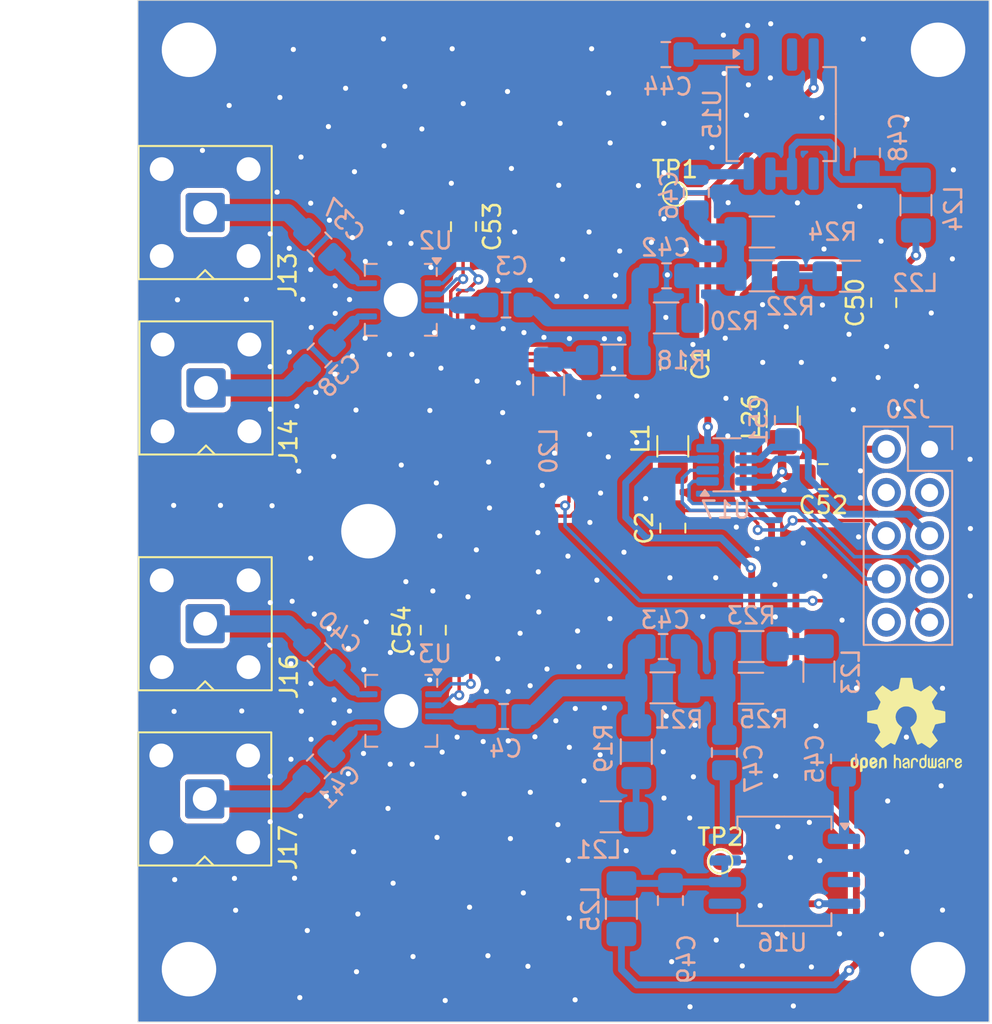
<source format=kicad_pcb>
(kicad_pcb (version 20241229) (generator "pcbnew") (generator_version "9.0")
  (title_block (date "2025-02-10") (rev "3.6") (comment 1 "change the rf switch´s to HMC849 (since REV 3.5)") (comment 2 "removed 74HC04 and JP1"))
  (layers (0 "F.Cu" signal) (2 "B.Cu" signal) (13 "F.Paste" user) (15 "B.Paste" user) (5 "F.SilkS" user "F.Silkscreen") (7 "B.SilkS" user "B.Silkscreen") (1 "F.Mask" user) (3 "B.Mask" user) (25 "Edge.Cuts" user))
  (net 0 "")
  (net 1 "GND")
  (net 2 "+3.3V")
  (net 3 "INP_SEL")
  (net 4 "LOG_OUT1")
  (net 5 "LOG_OUT2")
  (net 6 "+5V")
  (net 7 "2,6V REF")
  (net 8 "SCL0")
  (net 9 "SDA0")
  (net 10 "INP_SEL2")
  (net 11 "Net-(J13-In)")
  (net 12 "Net-(J14-In)")
  (net 13 "Net-(J16-In)")
  (net 14 "Net-(J17-In)")
  (net 15 "Net-(C42-Pad2)")
  (net 16 "Net-(C43-Pad2)")
  (net 17 "Net-(U15-INLO)")
  (net 18 "Net-(U16-INLO)")
  (net 19 "Net-(U15-INHI)")
  (net 20 "Net-(U16-INHI)")
  (net 21 "Net-(U15-EN)")
  (net 22 "Net-(U16-EN)")
  (net 23 "Net-(L20-Pad1)")
  (net 24 "Net-(L21-Pad1)")
  (net 25 "Net-(L22-Pad1)")
  (net 26 "Net-(L23-Pad1)")
  (net 31 "Net-(U17-VCC)")
  (net 32 "CS0")
  (net 33 "CS1")
  (net 34 "V_HMC")
  (net 35 "Net-(U2-RF2)")
  (net 36 "Net-(U2-RF1)")
  (net 37 "Net-(U3-RF2)")
  (net 38 "Net-(U3-RF1)")
  (net 39 "Net-(U2-RFC)")
  (net 40 "Net-(U3-RFC)")
  (net 41 "Net-(C3-Pad2)")
  (net 42 "Net-(C4-Pad2)")
  (footprint "Capacitor_SMD:C_0805_2012Metric_Pad1.18x1.45mm_HandSolder" (layer "F.Cu") (at 144.175 84.725 -90)
    (property "Reference" "C53")
    (property "Value" "100n")
  )
  (footprint "Connector_Coaxial:SMA_BAT_Wireless_BWSMA-KWE-Z001" (layer "F.Cu") (at 129 83.9 90)
    (property "Reference" "J13")
    (property "Value" "SMA" (hide yes))
  )
  (footprint "Capacitor_SMD:C_0805_2012Metric_Pad1.18x1.45mm_HandSolder" (layer "F.Cu") (at 168.86 89.19 90)
    (property "Reference" "C50")
    (property "Value" "100n")
  )
  (footprint "TestPoint:TestPoint_Pad_D1.0mm" (layer "F.Cu") (at 159.27 122.02)
    (property "Reference" "TP2")
    (property "Value" "TestPoint")
  )
  (footprint "Connector_Coaxial:SMA_BAT_Wireless_BWSMA-KWE-Z001" (layer "F.Cu") (at 129 108.05 90)
    (property "Reference" "J16")
    (property "Value" "SMA")
  )
  (footprint "Capacitor_SMD:C_0805_2012Metric_Pad1.18x1.45mm_HandSolder" (layer "F.Cu") (at 156.47 102.43 90)
    (property "Reference" "C2")
    (property "Value" "100n")
  )
  (footprint "Connector_Coaxial:SMA_BAT_Wireless_BWSMA-KWE-Z001" (layer "F.Cu") (at 129.05 94.2 90)
    (property "Reference" "J14")
    (property "Value" "SMA")
  )
  (footprint "Connector_Coaxial:SMA_BAT_Wireless_BWSMA-KWE-Z001" (layer "F.Cu") (at 128.975 118.34 90)
    (property "Reference" "J17")
    (property "Value" "SMA")
  )
  (footprint "Inductor_SMD:L_1206_3216Metric_Pad1.42x1.75mm_HandSolder" (layer "F.Cu") (at 162.89 95.9 90)
    (property "Reference" "L26")
    (property "Value" "4u7")
  )
  (footprint "Symbol:OSHW-Logo2_7.3x6mm_SilkScreen" (layer "F.Cu") (at 170.18 113.99)
    (property "Reference" "REF**" (hide yes))
    (property "Value" "OSHW-Logo2_7.3x6mm_SilkScreen" (hide yes))
  )
  (footprint "TestPoint:TestPoint_Pad_D1.0mm" (layer "F.Cu") (at 156.59 82.81)
    (property "Reference" "TP1")
    (property "Value" "TestPoint")
  )
  (footprint "Capacitor_SMD:C_0805_2012Metric_Pad1.18x1.45mm_HandSolder" (layer "F.Cu") (at 165.31 99.41 180)
    (property "Reference" "C52")
    (property "Value" "100n")
  )
  (footprint "Inductor_SMD:L_1206_3216Metric_Pad1.42x1.75mm_HandSolder" (layer "F.Cu") (at 156.47 97.63 90)
    (property "Reference" "L1")
    (property "Value" "4u7")
  )
  (footprint "Capacitor_SMD:C_0805_2012Metric_Pad1.18x1.45mm_HandSolder" (layer "F.Cu") (at 156.475 92.875 -90)
    (property "Reference" "C1")
    (property "Value" "100n")
  )
  (footprint "Capacitor_SMD:C_0805_2012Metric_Pad1.18x1.45mm_HandSolder" (layer "F.Cu") (at 142.4 108.425 -90)
    (property "Reference" "C54")
    (property "Value" "100n")
  )
  (footprint "Resistor_SMD:R_1206_3216Metric_Pad1.30x1.75mm_HandSolder" (layer "B.Cu") (at 156.075 90.09)
    (property "Reference" "R20")
    (property "Value" "150R")
  )
  (footprint "Resistor_SMD:R_1206_3216Metric_Pad1.30x1.75mm_HandSolder" (layer "B.Cu") (at 152.975 92.565)
    (property "Reference" "R18")
    (property "Value" "69R8")
  )
  (footprint "Inductor_SMD:L_1206_3216Metric_Pad1.42x1.75mm_HandSolder" (layer "B.Cu") (at 153.45 124.79 -90)
    (property "Reference" "L25")
    (property "Value" "4u7")
  )
  (footprint "Inductor_SMD:L_1206_3216Metric_Pad1.42x1.75mm_HandSolder" (layer "B.Cu") (at 170.75 83.465 -90)
    (property "Reference" "L24")
    (property "Value" "4u7")
  )
  (footprint "Inductor_SMD:L_1206_3216Metric_Pad1.42x1.75mm_HandSolder" (layer "B.Cu") (at 165.05 110.865 -90)
    (property "Reference" "L23")
    (property "Value" "22nH")
  )
  (footprint "Package_CSP:LFCSP-16-1EP_4x4mm_P0.65mm_EP2.4x2.4mm" (layer "B.Cu") (at 140.5225 113.165 180)
    (property "Reference" "U3")
    (property "Value" "HMC849A")
  )
  (footprint "Capacitor_SMD:C_0805_2012Metric_Pad1.18x1.45mm_HandSolder" (layer "B.Cu") (at 156.06 74.62)
    (property "Reference" "C44")
    (property "Value" "100n")
  )
  (footprint "Connector_PinHeader_2.54mm:PinHeader_2x05_P2.54mm_Vertical" (layer "B.Cu") (at 171.55 97.8 180)
    (property "Reference" "J20")
    (property "Value" "Conn_02x05_Odd_Even" (hide yes))
  )
  (footprint "Capacitor_SMD:C_0805_2012Metric_Pad1.18x1.45mm_HandSolder" (layer "B.Cu") (at 167.9 80.39 -90)
    (property "Reference" "C48")
    (property "Value" "100n")
  )
  (footprint "Package_SO:SO-8_5.3x6.2mm_P1.27mm" (layer "B.Cu") (at 163.025 122.59 180)
    (property "Reference" "U16")
    (property "Value" "AD8307")
  )
  (footprint "Resistor_SMD:R_1206_3216Metric_Pad1.30x1.75mm_HandSolder" (layer "B.Cu") (at 154.325 115.565 90)
    (property "Reference" "R19")
    (property "Value" "69R8")
  )
  (footprint "Capacitor_SMD:C_0805_2012Metric_Pad1.18x1.45mm_HandSolder" (layer "B.Cu") (at 166.5 115.99 -90)
    (property "Reference" "C45")
    (property "Value" "100n")
  )
  (footprint "Capacitor_SMD:C_0805_2012Metric_Pad1.18x1.45mm_HandSolder" (layer "B.Cu") (at 163.2 96.115 -90)
    (property "Reference" "C51")
    (property "Value" "100n")
  )
  (footprint "Capacitor_SMD:C_0805_2012Metric_Pad1.18x1.45mm_HandSolder" (layer "B.Cu") (at 159.5 115.615 -90)
    (property "Reference" "C47")
    (property "Value" "100n")
  )
  (footprint "Capacitor_SMD:C_0805_2012Metric_Pad1.18x1.45mm_HandSolder" (layer "B.Cu") (at 156.33 124.31 90)
    (property "Reference" "C49")
    (property "Value" "100n")
  )
  (footprint "Capacitor_SMD:C_0805_2012Metric_Pad1.18x1.45mm_HandSolder" (layer "B.Cu") (at 135.71 109.89 -45)
    (property "Reference" "C40")
    (property "Value" "10n")
  )
  (footprint "Resistor_SMD:R_1206_3216Metric_Pad1.30x1.75mm_HandSolder" (layer "B.Cu") (at 161.05 111.84 180)
    (property "Reference" "R25")
    (property "Value" "52R3")
  )
  (footprint "Resistor_SMD:R_1206_3216Metric_Pad1.30x1.75mm_HandSolder" (layer "B.Cu") (at 161.075 109.39 180)
    (property "Reference" "R23")
    (property "Value" "69R8")
  )
  (footprint "Capacitor_SMD:C_0805_2012Metric_Pad1.18x1.45mm_HandSolder" (layer "B.Cu") (at 146.67 89.33)
    (property "Reference" "C3")
    (property "Value" "10n")
  )
  (footprint "Package_SO:SO-8_5.3x6.2mm_P1.27mm" (layer "B.Cu") (at 162.835 78.115 -90)
    (property "Reference" "U15")
    (property "Value" "AD8307")
  )
  (footprint "Resistor_SMD:R_1206_3216Metric_Pad1.30x1.75mm_HandSolder" (layer "B.Cu") (at 161.7 87.615 180)
    (property "Reference" "R22")
    (property "Value" "69R8")
  )
  (footprint "Capacitor_SMD:C_0805_2012Metric_Pad1.18x1.45mm_HandSolder" (layer "B.Cu") (at 157.85 82.73 90)
    (property "Reference" "C46")
    (property "Value" "100n")
  )
  (footprint "Capacitor_SMD:C_0805_2012Metric_Pad1.18x1.45mm_HandSolder" (layer "B.Cu") (at 156.1 87.615)
    (property "Reference" "C42")
    (property "Value" "10p")
  )
  (footprint "Capacitor_SMD:C_0805_2012Metric_Pad1.18x1.45mm_HandSolder" (layer "B.Cu") (at 135.72 92.29 45)
    (property "Reference" "C38")
    (property "Value" "10n")
  )
  (footprint "Inductor_SMD:L_1206_3216Metric_Pad1.42x1.75mm_HandSolder" (layer "B.Cu") (at 149.175 94.015 -90)
    (property "Reference" "L20")
    (property "Value" "22nH")
  )
  (footprint "Capacitor_SMD:C_0805_2012Metric_Pad1.18x1.45mm_HandSolder" (layer "B.Cu") (at 135.72 85.77 -45)
    (property "Reference" "C37")
    (property "Value" "10n")
  )
  (footprint "Capacitor_SMD:C_0805_2012Metric_Pad1.18x1.45mm_HandSolder" (layer "B.Cu") (at 135.68 116.43 45)
    (property "Reference" "C41")
    (property "Value" "10n")
  )
  (footprint "Capacitor_SMD:C_0805_2012Metric_Pad1.18x1.45mm_HandSolder" (layer "B.Cu") (at 146.54 113.5)
    (property "Reference" "C4")
    (property "Value" "10n")
  )
  (footprint "Resistor_SMD:R_1206_3216Metric_Pad1.30x1.75mm_HandSolder" (layer "B.Cu") (at 161.7 85.04 180)
    (property "Reference" "R24")
    (property "Value" "52R3")
  )
  (footprint "Package_TO_SOT_SMD:TSOT-23-8" (layer "B.Cu") (at 159.65 98.715)
    (property "Reference" "U17")
    (property "Value" "AD7991")
  )
  (footprint "Resistor_SMD:R_1206_3216Metric_Pad1.30x1.75mm_HandSolder" (layer "B.Cu") (at 155.875 111.815)
    (property "Reference" "R21")
    (property "Value" "150R")
  )
  (footprint "Package_CSP:LFCSP-16-1EP_4x4mm_P0.65mm_EP2.4x2.4mm" (layer "B.Cu") (at 140.4925 89.025 180)
    (property "Reference" "U2")
    (property "Value" "HMC849A")
  )
  (footprint "Inductor_SMD:L_1206_3216Metric_Pad1.42x1.75mm_HandSolder" (layer "B.Cu") (at 152.825 119.39 180)
    (property "Reference" "L21")
    (property "Value" "22nH")
  )
  (footprint "Inductor_SMD:L_1206_3216Metric_Pad1.42x1.75mm_HandSolder" (layer "B.Cu") (at 166.875 87.64)
    (property "Reference" "L22")
    (property "Value" "22nH")
  )
  (footprint "Capacitor_SMD:C_0805_2012Metric_Pad1.18x1.45mm_HandSolder" (layer "B.Cu") (at 155.9 109.39)
    (property "Reference" "C43")
    (property "Value" "10p")
  )
  (gr_rect (start 125.05 71.44) (end 175.05 131.44) (stroke (width 0.05)) (fill no) (layer "Edge.Cuts"))
  (gr_text "1-500Mhz" (at 150.65 71.73 180) (layer "F.Cu") (effects (font (size 1 1) (thickness 0.2)) (justify left bottom)))
  (gr_text "REV3.6" (at 174.96 123.14 90) (layer "F.Cu") (effects (font (size 1 1) (thickness 0.2)) (justify left bottom)))
  (gr_text "DJ1YR" (at 144.31 131.28 0) (layer "F.Cu") (effects (font (size 1 1) (thickness 0.25) (bold yes)) (justify left bottom)))
  (via (at 141.21 127.6) (size 0.6) (drill 0.3) (layers "F.Cu" "B.Cu") (net 1))
  (via (at 159.44 73.48) (size 0.6) (drill 0.3) (layers "F.Cu" "B.Cu") (net 1))
  (via (at 159.72 83.32) (size 0.6) (drill 0.3) (layers "F.Cu" "B.Cu") (net 1))
  (via (at 148.8 99.925) (size 0.6) (drill 0.3) (layers "F.Cu" "B.Cu") (net 1))
  (via (at 147.18 85.04) (size 0.6) (drill 0.3) (layers "F.Cu" "B.Cu") (net 1))
  (via (at 172.31 111.84) (size 0.6) (drill 0.3) (layers "F.Cu" "B.Cu") (net 1))
  (via (at 145.61 127.55) (size 0.6) (drill 0.3) (layers "F.Cu" "B.Cu") (net 1))
  (via (at 156.06 90.06) (size 0.6) (drill 0.3) (layers "F.Cu" "B.Cu") (net 1))
  (via (at 167.45 83.54) (size 0.6) (drill 0.3) (layers "F.Cu" "B.Cu") (net 1))
  (via (at 161.42 103.65) (size 0.6) (drill 0.3) (layers "F.Cu" "B.Cu") (net 1))
  (via (at 141.16 116.3) (size 0.6) (drill 0.3) (layers "F.Cu" "B.Cu") (net 1))
  (via (at 135.41 107.48) (size 0.6) (drill 0.3) (layers "F.Cu" "B.Cu") (net 1))
  (via (at 141.16 109.76) (size 0.6) (drill 0.3) (layers "F.Cu" "B.Cu") (net 1))
  (via (at 136.12 118.19) (size 0.6) (drill 0.3) (layers "F.Cu" "B.Cu") (net 1))
  (via (at 149.85 78.66) (size 0.6) (drill 0.3) (layers "F.Cu" "B.Cu") (net 1))
  (via (at 127.21 123.08) (size 0.6) (drill 0.3) (layers "F.Cu" "B.Cu") (net 1))
  (via (at 151.6 102.1) (size 0.6) (drill 0.3) (layers "F.Cu" "B.Cu") (net 1))
  (via (at 160.8 78.18) (size 0.6) (drill 0.3) (layers "F.Cu" "B.Cu") (net 1))
  (via (at 154.875 100.7) (size 0.6) (drill 0.3) (layers "F.Cu" "B.Cu") (net 1))
  (via (at 148.09 111.69) (size 0.6) (drill 0.3) (layers "F.Cu" "B.Cu") (net 1))
  (via (at 132.93 101.12) (size 0.6) (drill 0.3) (layers "F.Cu" "B.Cu") (net 1))
  (via (at 148.54 102.7) (size 0.6) (drill 0.3) (layers "F.Cu" "B.Cu") (net 1))
  (via (at 136.57 113.88) (size 0.6) (drill 0.3) (layers "F.Cu" "B.Cu") (net 1))
  (via (at 135.21 111.56) (size 0.6) (drill 0.3) (layers "F.Cu" "B.Cu") (net 1))
  (via (at 132.82 117.01) (size 0.6) (drill 0.3) (layers "F.Cu" "B.Cu") (net 1))
  (via (at 159.7 97.02) (size 0.6) (drill 0.3) (layers "F.Cu" "B.Cu") (net 1))
  (via (at 141.14 92.23) (size 0.6) (drill 0.3) (layers "F.Cu" "B.Cu") (net 1))
  (via (at 148.6 107.36) (size 0.6) (drill 0.3) (layers "F.Cu" "B.Cu") (net 1))
  (via (at 167.66 73.71) (size 0.6) (drill 0.3) (layers "F.Cu" "B.Cu") (net 1))
  (via (at 138.41 86.77) (size 0.6) (drill 0.3) (layers "F.Cu" "B.Cu") (net 1))
  (via (at 136.63 93.39) (size 0.6) (drill 0.3) (layers "F.Cu" "B.Cu") (net 1))
  (via (at 150.38 125.34) (size 0.6) (drill 0.3) (layers "F.Cu" "B.Cu") (net 1))
  (via (at 144.44 106.47) (size 0.6) (drill 0.3) (layers "F.Cu" "B.Cu") (net 1))
  (via (at 155.95 81.55) (size 0.6) (drill 0.3) (layers "F.Cu" "B.Cu") (net 1))
  (via (at 134.11 106.73) (size 0.6) (drill 0.3) (layers "F.Cu" "B.Cu") (net 1))
  (via (at 163.38 121.78) (size 0.6) (drill 0.3) (layers "F.Cu" "B.Cu") (net 1))
  (via (at 152.125 94.725) (size 0.6) (drill 0.3) (layers "F.Cu" "B.Cu") (net 1))
  (via (at 133.225 82.7) (size 0.6) (drill 0.3) (layers "F.Cu" "B.Cu") (net 1))
  (via (at 163.79 83.33) (size 0.6) (drill 0.3) (layers "F.Cu" "B.Cu") (net 1))
  (via (at 145.52 112.02) (size 0.6) (drill 0.3) (layers "F.Cu" "B.Cu") (net 1))
  (via (at 151.575 96.925) (size 0.6) (drill 0.3) (layers "F.Cu" "B.Cu") (net 1))
  (via (at 165.23 78.33) (size 0.6) (drill 0.3) (layers "F.Cu" "B.Cu") (net 1))
  (via (at 167.07 95.48) (size 0.6) (drill 0.3) (layers "F.Cu" "B.Cu") (net 1))
  (via (at 150.95 110.58) (size 0.6) (drill 0.3) (layers "F.Cu" "B.Cu") (net 1))
  (via (at 172.05 74.34) (size 5) (drill 3.2) (layers "F.Cu" "B.Cu") (net 1))
  (via (at 146.19 87.89) (size 0.6) (drill 0.3) (layers "F.Cu" "B.Cu") (net 1))
  (via (at 146.76 76.79) (size 0.6) (drill 0.3) (layers "F.Cu" "B.Cu") (net 1))
  (via (at 142.19 111.35) (size 0.6) (drill 0.3) (layers "F.Cu" "B.Cu") (net 1))
  (via (at 152.7 76.88) (size 0.6) (drill 0.3) (layers "F.Cu" "B.Cu") (net 1))
  (via (at 170.23 78.41) (size 0.6) (drill 0.3) (layers "F.Cu" "B.Cu") (net 1))
  (via (at 155.91 115.57) (size 0.6) (drill 0.3) (layers "F.Cu" "B.Cu") (net 1))
  (via (at 165.92 93.69) (size 0.6) (drill 0.3) (layers "F.Cu" "B.Cu") (net 1))
  (via (at 172.31 124.87) (size 0.6) (drill 0.3) (layers "F.Cu" "B.Cu") (net 1))
  (via (at 167.26 111.83) (size 0.6) (drill 0.3) (layers "F.Cu" "B.Cu") (net 1))
  (via (at 164.61 128.21) (size 0.6) (drill 0.3) (layers "F.Cu" "B.Cu") (net 1))
  (via (at 128.84 80.25) (size 0.6) (drill 0.3) (layers "F.Cu" "B.Cu") (net 1))
  (via (at 159.48 75.73) (size 0.6) (drill 0.3) (layers "F.Cu" "B.Cu") (net 1))
  (via (at 149.52 98.03) (size 0.6) (drill 0.3) (layers "F.Cu" "B.Cu") (net 1))
  (via (at 146.51 90.72) (size 0.6) (drill 0.3) (layers "F.Cu" "B.Cu") (net 1))
  (via (at 155.95 118.29) (size 0.6) (drill 0.3) (layers "F.Cu" "B.Cu") (net 1))
  (via (at 138.46 107.94) (size 0.6) (drill 0.3) (layers "F.Cu" "B.Cu") (net 1))
  (via (at 139.51 79.98) (size 0.6) (drill 0.3) (layers "F.Cu" "B.Cu") (net 1))
  (via (at 130.79 124.88) (size 0.6) (drill 0.3) (layers "F.Cu" "B.Cu") (net 1))
  (via (at 140.56 83.87) (size 0.6) (drill 0.3) (layers "F.Cu" "B.Cu") (net 1))
  (via (at 134.04 116.01) (size 0.6) (drill 0.3) (layers "F.Cu" "B.Cu") (net 1))
  (via (at 167.38 102.95) (size 0.6) (drill 0.3) (layers "F.Cu" "B.Cu") (net 1))
  (via (at 152.45 112.99) (size 0.6) (drill 0.3) (layers "F.Cu" "B.Cu") (net 1))
  (via (at 148.57 105) (size 0.6) (drill 0.3) (layers "F.Cu" "B.Cu") (net 1))
  (via (at 142.2 95.525) (size 0.6) (drill 0.3) (layers "F.Cu" "B.Cu") (net 1))
  (via (at 134.61 119.35) (size 0.6) (drill 0.3) (layers "F.Cu" "B.Cu") (net 1))
  (via (at 165.4 105.26) (size 0.6) (drill 0.3) (layers "F.Cu" "B.Cu") (net 1))
  (via (at 164.88 114.05) (size 0.6) (drill 0.3) (layers "F.Cu" "B.Cu") (net 1))
  (via (at 137.89 128.49) (size 0.6) (drill 0.3) (layers "F.Cu" "B.Cu") (net 1))
  (via (at 161.75 92.7) (size 0.6) (drill 0.3) (layers "F.Cu" "B.Cu") (net 1))
  (via (at 134.5 99.09) (size 0.6) (drill 0.3) (layers "F.Cu" "B.Cu") (net 1))
  (via (at 166.26 126.26) (size 0.6) (drill 0.3) (layers "F.Cu" "B.Cu") (net 1))
  (via (at 134.04 110.4) (size 0.6) (drill 0.3) (layers "F.Cu" "B.Cu") (net 1))
  (via (at 147.725 90.95) (size 0.6) (drill 0.3) (layers "F.Cu" "B.Cu") (net 1))
  (via (at 137.65 92.33) (size 0.6) (drill 0.3) (layers "F.Cu" "B.Cu") (net 1))
  (via (at 137.41 109.5) (size 0.6) (drill 0.3) (layers "F.Cu" "B.Cu") (net 1))
  (via (at 138.4 91.28) (size 0.6) (drill 0.3) (layers "F.Cu" "B.Cu") (net 1))
  (via (at 149.77 82.3) (size 0.6) (drill 0.3) (layers "F.Cu" "B.Cu") (net 1))
  (via (at 152.225 100.375) (size 0.6) (drill 0.3) (layers "F.Cu" "B.Cu") (net 1))
  (via (at 132.82 92.95) (size 0.6) (drill 0.3) (layers "F.Cu" "B.Cu") (net 1))
  (via (at 145.33 114.97) (size 0.6) (drill 0.3) (layers "F.Cu" "B.Cu") (net 1))
  (via (at 168.53 93.59) (size 0.6) (drill 0.3) (layers "F.Cu" "B.Cu") (net 1))
  (via (at 142.92 115.59) (size 0.6) (drill 0.3) (layers "F.Cu" "B.Cu") (net 1))
  (via (at 163 100.21) (size 0.6) (drill 0.3) (layers "F.Cu" "B.Cu") (net 1))
  (via (at 139.85 85.71) (size 0.6) (drill 0.3) (layers "F.Cu" "B.Cu") (net 1))
  (via (at 142.78 102.9) (size 0.6) (drill 0.3) (layers "F.Cu" "B.Cu") (net 1))
  (via (at 137.72 121.44) (size 0.6) (drill 0.3) (layers "F.Cu" "B.Cu") (net 1))
  (via (at 153.34 91.32) (size 0.6) (drill 0.3) (layers "F.Cu" "B.Cu") (net 1))
  (via (at 169.03 91.77) (size 0.6) (drill 0.3) (layers "F.Cu" "B.Cu") (net 1))
  (via (at 127.175 113.2) (size 0.6) (drill 0.3) (layers "F.Cu" "B.Cu") (net 1))
  (via (at 136.57 112.52) (size 0.6) (drill 0.3) (layers "F.Cu" "B.Cu") (net 1))
  (via (at 163.13 90.61) (size 0.6) (drill 0.3) (layers "F.Cu" "B.Cu") (net 1))
  (via (at 159.59 94.81) (size 0.6) (drill 0.3) (layers "F.Cu" "B.Cu") (net 1))
  (via (at 160.2 102.375) (size 0.6) (drill 0.3) (layers "F.Cu" "B.Cu") (net 1))
  (via (at 170.19 114.71) (size 0.6) (drill 0.3) (layers "F.Cu" "B.Cu") (net 1))
  (via (at 162.2 75.99) (size 0.6) (drill 0.3) (layers "F.Cu" "B.Cu") (net 1))
  (via (at 162.51 116.99) (size 0.6) (drill 0.3) (layers "F.Cu" "B.Cu") (net 1))
  (via (at 130.41 77.61) (size 0.6) (drill 0.3) (layers "F.Cu" "B.Cu") (net 1))
  (via (at 139.74 118.9) (size 0.6) (drill 0.3) (layers "F.Cu" "B.Cu") (net 1))
  (via (at 173.94 106.42) (size 0.6) (drill 0.3) (layers "F.Cu" "B.Cu") (net 1))
  (via (at 151.55 85.04) (size 0.6) (drill 0.3) (layers "F.Cu" "B.Cu") (net 1))
  (via (at 172.23 117.57) (size 0.6) (drill 0.3) (layers "F.Cu" "B.Cu") (net 1))
  (via (at 172.05 128.34) (size 5) (drill 3.2) (layers "F.Cu" "B.Cu") (net 1))
  (via (at 152.99 93.06) (size 0.6) (drill 0.3) (layers "F.Cu" "B.Cu") (net 1))
  (via (at 147.4 93.9) (size 0.6) (drill 0.3) (layers "F.Cu" "B.Cu") (net 1))
  (via (at 133.39 77.14) (size 0.6) (drill 0.3) (layers "F.Cu" "B.Cu") (net 1))
  (via (at 166.41 107.84) (size 0.6) (drill 0.3) (layers "F.Cu" "B.Cu") (net 1))
  (via (at 128.05 74.34) (size 5) (drill 3.2) (layers "F.Cu" "B.Cu") (net 1))
  (via (at 137.25 76.6) (size 0.6) (drill 0.3) (layers "F.Cu" "B.Cu") (net 1))
  (via (at 158.77 80.08) (size 0.6) (drill 0.3) (layers "F.Cu" "B.Cu") (net 1))
  (via (at 135.2 104.2) (size 0.6) (drill 0.3) (layers "F.Cu" "B.Cu") (net 1))
  (via (at 136.24 78.85) (size 0.6) (drill 0.3) (layers "F.Cu" "B.Cu") (net 1))
  (via (at 150.73 130.14) (size 0.6) (drill 0.3) (layers "F.Cu" "B.Cu") (net 1))
  (via (at 143.51 74.28) (size 0.6) (drill 0.3) (layers "F.Cu" "B.Cu") (net 1))
  (via (at 146.475 95.65) (size 0.6) (drill 0.3) (layers "F.Cu" "B.Cu") (net 1))
  (via (at 144.72 90.64) (size 0.6) (drill 0.3) (layers "F.Cu" "B.Cu") (net 1))
  (via (at 164.49 119.72) (size 0.6) (drill 0.3) (layers "F.Cu" "B.Cu") (net 1))
  (via (at 151.7 74.28) (size 0.6) (drill 0.3) (layers "F.Cu" "B.Cu") (net 1))
  (via (at 142.375 106.125) (size 0.6) (drill 0.3) (layers "F.Cu" "B.Cu") (net 1))
  (via (at 162.61 126.26) (size 0.6) (drill 0.3) (layers "F.Cu" "B.Cu") (net 1))
  (via (at 144.16 77.5) (size 0.6) (drill 0.3) (layers "F.Cu" "B.Cu") (net 1))
  (via (at 137.48 89.01) (size 0.6) (drill 0.3) (layers "F.Cu" "B.Cu") (net 1))
  (via (at 148.9 91.23) (size 0.6) (drill 0.3) (layers "F.Cu" "B.Cu") (net 1))
  (via (at 153.35 86.16) (size 0.6) (drill 0.3) (layers "F.Cu" "B.Cu") (net 1))
  (via (at 153.12 87.57) (size 0.6) (drill 0.3) (layers "F.Cu" "B.Cu") (net 1))
  (via (at 156.15 87.56) (size 0.6) (drill 0.3) (layers "F.Cu" "B.Cu") (net 1))
  (via (at 153.73 121.38) (size 0.6) (drill 0.3) (layers "F.Cu" "B.Cu") (net 1))
  (via (at 151.38 88.83) (size 0.6) (drill 0.3) (layers "F.Cu" "B.Cu") (net 1))
  (via (at 139.88 109.74) (size 0.6) (drill 0.3) (layers "F.Cu" "B.Cu") (net 1))
  (via (at 173.93 98.39) (size 0.6) (drill 0.3) (layers "F.Cu" "B.Cu") (net 1))
  (via (at 148.37 114.69) (size 0.6) (drill 0.3) (layers "F.Cu" "B.Cu") (net 1))
  (via (at 134.18 74.32) (size 0.6) (drill 0.3) (layers "F.Cu" "B.Cu") (net 1))
  (via (at 146.8 112.03) (size 0.6) (drill 0.3) (layers "F.Cu" "B.Cu") (net 1))
  (via (at 136.64 89.82) (size 0.6) (drill 0.3) (layers "F.Cu" "B.Cu") (net 1))
  (via (at 170.21 121.45) (size 0.6) (drill 0.3) (layers "F.Cu" "B.Cu") (net 1))
  (via (at 131.15 113.175) (size 0.6) (drill 0.3) (layers "F.Cu" "B.Cu") (net 1))
  (via (at 155.94 78.66) (size 0.6) (drill 0.3) (layers "F.Cu" "B.Cu") (net 1))
  (via (at 137.77 81.5) (size 0.6) (drill 0.3) (layers "F.Cu" "B.Cu") (net 1))
  (via (at 153.05 88.81) (size 0.6) (drill 0.3) (layers "F.Cu" "B.Cu") (net 1))
  (via (at 156.3 105.35) (size 0.6) (drill 0.3) (layers "F.Cu" "B.Cu") (net 1))
  (via (at 140.49 89.03) (size 2.4) (drill 2) (layers "F.Cu" "B.Cu") (net 1))
  (via (at 155.21 85.65) (size 0.6) (drill 0.3) (layers "F.Cu" "B.Cu") (net 1))
  (via (at 135.22 114.84) (size 0.6) (drill 0.3) (layers "F.Cu" "B.Cu") (net 1))
  (via (at 139.83 92.23) (size 0.6) (drill 0.3) (layers "F.Cu" "B.Cu") (net 1))
  (via (at 147.96 128.17) (size 0.6) (drill 0.3) (layers "F.Cu" "B.Cu") (net 1))
  (via (at 169.71 95.42) (size 0.6) (drill 0.3) (layers "F.Cu" "B.Cu") (net 1))
  (via (at 146.8 114.93) (size 0.6) (drill 0.3) (layers "F.Cu" "B.Cu") (net 1))
  (via (at 162.47 105.75) (size 0.6) (drill 0.3) (layers "F.Cu" "B.Cu") (net 1))
  (via (at 138.3 115.67) (size 0.6) (drill 0.3) (layers "F.Cu" "B.Cu") (net 1))
  (via (at 145.7 101.25) (size 0.6) (drill 0.3) (layers "F.Cu" "B.Cu") (net 1))
  (via (at 148.1 117.95) (size 0.6) (drill 0.3) (layers "F.Cu" "B.Cu") (net 1))
  (via (at 142.62 120.6) (size 0.6) (drill 0.3) (layers "F.Cu" "B.Cu") (net 1))
  (via (at 146.93 120.67) (size 0.6) (drill 0.3) (layers "F.Cu" "B.Cu") (net 1))
  (via (at 142.85 93.04) (size 0.6) (drill 0.3) (layers "F.Cu" "B.Cu") (net 1))
  (via (at 144.53 124.7) (size 0.6) (drill 0.3) (layers "F.Cu" "B.Cu") (net 1))
  (via (at 142.47 90.95) (size 0.6) (drill 0.3) (layers "F.Cu" "B.Cu") (net 1))
  (via (at 137.65 85.37) (size 0.6) (drill 0.3) (layers "F.Cu" "B.Cu") (net 1))
  (via (at 149.6 113.75) (size 0.6) (drill 0.3) (layers "F.Cu" "B.Cu") (net 1))
  (via (at 158.99 105.35) (size 0.6) (drill 0.3) (layers "F.Cu" "B.Cu") (net 1))
  (via (at 170.78 94.1) (size 0.6) (drill 0.3) (layers "F.Cu" "B.Cu") (net 1))
  (via (at 146.19 110.11) (size 0.6) (drill 0.3) (layers "F.Cu" "B.Cu") (net 1))
  (via (at 127.15 101.1) (size 0.6) (drill 0.3) (layers "F.Cu" "B.Cu") (net 1))
  (via (at 157.26 86.08) (size 0.6) (drill 0.3) (layers "F.Cu" "B.Cu") (net 1))
  (via (at 152.2 115.75) (size 0.6) (drill 0.3) (layers "F.Cu" "B.Cu") (net 1))
  (via (at 156.51 121.45) (size 0.6) (drill 0.3) (layers "F.Cu" "B.Cu") (net 1))
  (via (at 158.23 107.63) (size 0.6) (drill 0.3) (layers "F.Cu" "B.Cu") (net 1))
  (via (at 152.01 105.49) (size 0.6) (drill 0.3) (layers "F.Cu" "B.Cu") (net 1))
  (via (at 136.28 108.34) (size 0.6) (drill 0.3) (layers "F.Cu" "B.Cu") (net 1))
  (via (at 155.95 84.27) (size 0.6) (drill 0.3) (layers "F.Cu" "B.Cu") (net 1))
  (via (at 140.5175 113.175) (size 2.4) (drill 2) (layers "F.Cu" "B.Cu") (net 1))
  (via (at 157.48 130.55) (size 0.6) (drill 0.3) (layers "F.Cu" "B.Cu") (net 1))
  (via (at 168.73 126.29) (size 0.6) (drill 0.3) (layers "F.Cu" "B.Cu") (net 1))
  (via (at 147.5 108.61) (size 0.6) (drill 0.3) (layers "F.Cu" "B.Cu") (net 1))
  (via (at 134.56 130.01) (size 0.6) (drill 0.3) (layers "F.Cu" "B.Cu") (net 1))
  (via (at 146.99 81.31) (size 0.6) (drill 0.3) (layers "F.Cu" "B.Cu") (net 1))
  (via (at 137.48 113.18) (size 0.6) (drill 0.3) (layers "F.Cu" "B.Cu") (net 1))
  (via (at 139.475 73.7) (size 0.6) (drill 0.3) (layers "F.Cu" "B.Cu") (net 1))
  (via (at 131.425 89) (size 0.6) (drill 0.3) (layers "F.Cu" "B.Cu") (net 1))
  (via (at 151.25 117.28) (size 0.6) (drill 0.3) (layers "F.Cu" "B.Cu") (net 1))
  (via (at 136.55 98.225) (size 0.6) (drill 0.3) (layers "F.Cu" "B.Cu") (net 1))
  (via (at 150.4 91.3) (size 0.6) (drill 0.3) (layers "F.Cu" "B.Cu") (net 1))
  (via (at 150.33 121.95) (size 0.6) (drill 0.3) (layers "F.Cu" "B.Cu") (net 1))
  (via (at 144.93 103.71) (size 0.6) (drill 0.3) (layers "F.Cu" "B.Cu") (net 1))
  (via (at 150.31 104.08) (size 0.6) (drill 0.3) (layers "F.Cu" "B.Cu") (net 1))
  (via (at 165.1 121.965) (size 0.6) (drill 0.3) (layers "F.Cu" "B.Cu") (net 1))
  (via (at 140.79 105.58) (size 0.6) (drill 0.3) (layers "F.Cu" "B.Cu") (net 1))
  (via (at 156.08 113.48) (size 0.6) (drill 0.3) (layers "F.Cu" "B.Cu") (net 1))
  (via (at 137.97 125.1) (size 0.6) (drill 0.3) (layers "F.Cu" "B.Cu") (net 1))
  (via (at 164.13 103.31) (size 0.6) (drill 0.3) (layers "F.Cu" "B.Cu") (net 1))
  (via (at 135.23 90.65) (size 0.6) (drill 0.3) (layers "F.Cu" "B.Cu") (net 1))
  (via (at 161.74 89.31) (size 0.6) (drill 0.3) (layers "F.Cu" "B.Cu") (net 1))
  (via (at 167.49 100.65) (size 0.6) (drill 0.3) (layers "F.Cu" "B.Cu") (net 1))
  (via (at 132.82 85.15) (size 0.6) (drill 0.3) (layers "F.Cu" "B.Cu") (net 1))
  (via (at 171.65 89.8) (size 0.6) (drill 0.3) (layers "F.Cu" "B.Cu") (net 1))
  (via (at 152.45 91.31) (size 0.6) (drill 0.3) (layers "F.Cu" "B.Cu") (net 1))
  (via (at 149.08 110.71) (size 0.6) (drill 0.3) (layers "F.Cu" "B.Cu") (net 1))
  (via (at 149.72 119.85) (size 0.6) (drill 0.3) (layers "F.Cu" "B.Cu") (net 1))
  (via (at 154.35 97.4) (size 0.6) (drill 0.3) (layers "F.Cu" "B.Cu") (net 1))
  (via (at 150.74 113.03) (size 0.6) (drill 0.3) (layers "F.Cu" "B.Cu") (net 1))
  (via (at 152.775 107.75) (size 0.6) (drill 0.3) (layers "F.Cu" "B.Cu") (net 1))
  (via (at 136.64 88.2) (size 0.6) (drill 0.3) (layers "F.Cu" "B.Cu") (net 1))
  (via (at 173.95 102.46) (size 0.6) (drill 0.3) (layers "F.Cu" "B.Cu") (net 1))
  (via (at 135.2 87.25) (size 0.6) (drill 0.3) (layers "F.Cu" "B.Cu") (net 1))
  (via (at 138.591932 102.614999) (size 5) (drill 3.2) (layers "F.Cu" "B.Cu") (net 1))
  (via (at 163.55 130.5) (size 0.6) (drill 0.3) (layers "F.Cu" "B.Cu") (net 1))
  (via (at 150 86.65) (size 0.6) (drill 0.3) (layers "F.Cu" "B.Cu") (net 1))
  (via (at 142.26 87.12) (size 0.6) (drill 0.3) (layers "F.Cu" "B.Cu") (net 1))
  (via (at 127.375 89.025) (size 0.6) (drill 0.3) (layers "F.Cu" "B.Cu") (net 1))
  (via (at 172.95 81.39) (size 0.6) (drill 0.3) (layers "F.Cu" "B.Cu") (net 1))
  (via (at 144.21 118.04) (size 0.6) (drill 0.3) (layers "F.Cu" "B.Cu") (net 1))
  (via (at 165.35 86.04) (size 0.6) (drill 0.3) (layers "F.Cu" "B.Cu") (net 1))
  (via (at 147.69 123.86) (size 0.6) (drill 0.3) (layers "F.Cu" "B.Cu") (net 1))
  (via (at 164.02 92.7) (size 0.6) (drill 0.3) (layers "F.Cu" "B.Cu") (net 1))
  (via (at 154.35 94.675) (size 0.6) (drill 0.3) (layers "F.Cu" "B.Cu") (net 1))
  (via (at 145.65 98.55) (size 0.6) (drill 0.3) (layers "F.Cu" "B.Cu") (net 1))
  (via (at 156.4 127.9) (size 0.6) (drill 0.3) (layers "F.Cu" "B.Cu") (net 1))
  (via (at 135.5 94.46) (size 0.6) (drill 0.3) (layers "F.Cu" "B.Cu") (net 1))
  (via (at 143.46 82.18) (size 0.6) (drill 0.3) (layers "F.Cu" "B.Cu") (net 1))
  (via (at 128.05 128.34) (size 5) (drill 3.2) (layers "F.Cu" "B.Cu") (net 1))
  (via (at 152.68 98.25) (size 0.6) (drill 0.3) (layers "F.Cu" "B.Cu") (net 1))
  (via (at 168.7 85.58) (size 0.6) (drill 0.3) (layers "F.Cu" "B.Cu") (net 1))
  (via (at 139.87 116.3) (size 0.6) (drill 0.3) (layers "F.Cu" "B.Cu") (net 1))
  (via (at 140.04 123.29) (size 0.6) (drill 0.3) (layers "F.Cu" "B.Cu") (net 1))
  (via (at 132.8 109.31) (size 0.6) (drill 0.3) (layers "F.Cu" "B.Cu") (net 1))
  (via (at 129.9 101.1) (size 0.6) (drill 0.3) (layers "F.Cu" "B.Cu") (net 1))
  (via (at 152.78 110.54) (size 0.6) (drill 0.3) (layers "F.Cu" "B.Cu") (net 1))
  (via (at 133.94 92.09) (size 0.6) (drill 0.3) (layers "F.Cu" "B.Cu") (net 1))
  (via (at 133.94 86) (size 0.6) (drill 0.3) (layers "F.Cu" "B.Cu") (net 1))
  (via (at 162.43 113.43) (size 0.6) (drill 0.3) (layers "F.Cu" "B.Cu") (net 1))
  (via (at 159.02 126.63) (size 0.6) (drill 0.3) (layers "F.Cu" "B.Cu") (net 1))
  (via (at 167.49 99.07) (size 0.6) (drill 0.3) (layers "F.Cu" "B.Cu") (net 1))
  (via (at 160.91 76.4) (size 0.6) (drill 0.3) (layers "F.Cu" "B.Cu") (net 1))
  (via (at 157.46 119.46) (size 0.6) (drill 0.3) (layers "F.Cu" "B.Cu") (net 1))
  (via (at 162.64 119.97) (size 0.6) (drill 0.3) (layers "F.Cu" "B.Cu") (net 1))
  (via (at 152.79 79.81) (size 0.6) (drill 0.3) (layers "F.Cu" "B.Cu") (net 1))
  (via (at 166.82 91.05) (size 0.6) (drill 0.3) (layers "F.Cu" "B.Cu") (net 1))
  (via (at 130.72 123.01) (size 0.6) (drill 0.3) (layers "F.Cu" "B.Cu") (net 1))
  (via (at 138.32 110.75) (size 0.6) (drill 0.3) (layers "F.Cu" "B.Cu") (net 1))
  (via (at 132.83 95.45) (size 0.6) (drill 0.3) (layers "F.Cu" "B.Cu") (net 1))
  (via (at 137.86 95.5) (size 0.6) (drill 0.3) (layers "F.Cu" "B.Cu") (net 1))
  (via (at 150.39 115.31) (size 0.6) (drill 0.3) (layers "F.Cu" "B.Cu") (net 1))
  (via (at 169.09 118.46) (size 0.6) (drill 0.3) (layers "F.Cu" "B.Cu") (net 1))
  (via (at 172.89 86.62) (size 0.6) (drill 0.3) (layers "F.Cu" "B.Cu") (net 1))
  (via (at 157.68 117.04) (size 0.6) (drill 0.3) (layers "F.Cu" "B.Cu") (net 1))
  (via (at 141.09 85.71) (size 0.6) (drill 0.3) (layers "F.Cu" "B.Cu") (net 1))
  (via (at 157.65 91.65) (size 0.6) (drill 0.3) (layers "F.Cu" "B.Cu") (net 1))
  (via (at 159.55 91.28) (size 0.6) (drill 0.3) (layers "F.Cu" "B.Cu") (net 1))
  (via (at 150.875 108.475) (size 0.6) (drill 0.3) (layers "F.Cu" "B.Cu") (net 1))
  (via (at 153.6 103.85) (size 0.6) (drill 0.3) (layers "F.Cu" "B.Cu") (net 1))
  (via (at 132.825 106.81) (size 0.6) (drill 0.3) (layers "F.Cu" "B.Cu") (net 1))
  (via (at 134.65 113.19) (size 0.6) (drill 0.3) (layers "F.Cu" "B.Cu") (net 1))
  (via (at 132.82 119.68) (size 0.6) (drill 0.3) (layers "F.Cu" "B.Cu") (net 1))
  (via (at 140.73 76.49) (size 0.6) (drill 0.3) (layers "F.Cu" "B.Cu") (net 1))
  (via (at 160.55 128.15) (size 0.6) (drill 0.3) (layers "F.Cu" "B.Cu") (net 1))
  (via (at 134.39 95.28) (size 0.6) (drill 0.3) (layers "F.Cu" "B.Cu") (net 1))
  (via (at 154.45 82.32) (size 0.6) (drill 0.3) (layers "F.Cu" "B.Cu") (net 1))
  (via (at 141.73 78.99) (size 0.6) (drill 0.3) (layers "F.Cu" "B.Cu") (net 1))
  (via (at 143.8 114.71) (size 0.6) (drill 0.3) (layers "F.Cu" "B.Cu") (net 1))
  (via (at 134.74 89) (size 0.6) (drill 0.3) (layers "F.Cu" "B.Cu") (net 1))
  (via (at 161.6 124.6) (size 0.6) (drill 0.3) (layers "F.Cu" "B.Cu") (net 1))
  (via (at 148.09 87.88) (size 0.6) (drill 0.3) (layers "F.Cu" "B.Cu") (net 1))
  (via (at 162.49 107.65) (size 0.6) (drill 0.3) (layers "F.Cu" "B.Cu") (net 1))
  (via (at 134.63 80.64) (size 0.6) (drill 0.3) (layers "F.Cu" "B.Cu") (net 1))
  (via (at 157.77 114.01) (size 0.6) (drill 0.3) (layers "F.Cu" "B.Cu") (net 1))
  (via (at 135 126.07) (size 0.6) (drill 0.3) (layers "F.Cu" "B.Cu") (net 1))
  (via (at 165.26 89.33) (size 0.6) (drill 0.3) (layers "F.Cu" "B.Cu") (net 1))
  (via (at 144.975 93.8) (size 0.6) (drill 0.3) (layers "F.Cu" "B.Cu") (net 1))
  (via (at 136.3 84.35) (size 0.6) (drill 0.3) (layers "F.Cu" "B.Cu") (net 1))
  (via (at 134.25 123) (size 0.6) (drill 0.3) (layers "F.Cu" "B.Cu") (net 1))
  (via (at 137.41 116.86) (size 0.6) (drill 0.3) (layers "F.Cu" "B.Cu") (net 1))
  (via (at 142.58 99.78) (size 0.6) (drill 0.3) (layers "F.Cu" "B.Cu") (net 1))
  (via (at 162.22 72.81) (size 0.6) (drill 0.3) (layers "F.Cu" "B.Cu") (net 1))
  (via (at 160.87 72.91) (size 0.6) (drill 0.3) (layers "F.Cu" "B.Cu") (net 1))
  (via (at 140.52 98.73) (size 0.6) (drill 0.3) (layers "F.Cu" "B.Cu") (net 1))
  (via (at 149.66 88.81) (size 0.6) (drill 0.3) (layers "F.Cu" "B.Cu") (net 1))
  (via (at 135.2 83.35) (size 0.6) (drill 0.3) (layers "F.Cu" "B.Cu") (net 1))
  (via (at 143.1 130.18) (size 0.6) (drill 0.3) (layers "F.Cu" "B.Cu") (net 1))
  (segment (start 156.5325 101.4) (end 160.7 101.4) (width 0.2) (layer "F.Cu") (net 2))
  (segment (start 168.12 101.99) (end 163.51 101.99) (width 0.2) (layer "F.Cu") (net 2))
  (segment (start 169.01 102.88) (end 168.12 101.99) (width 0.2) (layer "F.Cu") (net 2))
  (segment (start 156.47 99.1175) (end 156.47 101.3375) (width 0.2) (layer "F.Cu") (net 2))
  (segment (start 160.7 101.4) (end 161.46 102.16) (width 0.2) (layer "F.Cu") (net 2))
  (segment (start 169.01 102.88) (end 169.515 102.88) (width 0.2) (layer "F.Cu") (net 2))
  (segment (start 156.47 101.3375) (end 156.5325 101.4) (width 0.2) (layer "F.Cu") (net 2))
  (segment (start 161.46 102.16) (end 161.46 102.54) (width 0.2) (layer "F.Cu") (net 2))
  (via (at 163.51 101.99) (size 0.6) (drill 0.3) (layers "F.Cu" "B.Cu") (net 2))
  (via (at 161.46 102.54) (size 0.6) (drill 0.3) (layers "F.Cu" "B.Cu") (net 2))
  (segment (start 162.96 102.54) (end 161.46 102.54) (width 0.2) (layer "B.Cu") (net 2))
  (segment (start 163.51 101.99) (end 163.51 101.95) (width 0.2) (layer "B.Cu") (net 2))
  (segment (start 163.51 101.99) (end 162.96 102.54) (width 0.2) (layer "B.Cu") (net 2))
  (segment (start 144.9839 92.591) (end 145.3161 92.591) (width 0.2) (layer "F.Cu") (net 3))
  (segment (start 146.339 102.011) (end 146.339 107.02) (width 0.2) (layer "F.Cu") (net 3))
  (segment (start 144.351786 92.591) (end 144.9839 92.591) (width 0.2) (layer "F.Cu") (net 3))
  (segment (start 143.92 109.44) (end 143.92 109.525) (width 0.2) (layer "F.Cu") (net 3))
  (segment (start 146.34 107.02) (end 143.92 109.44) (width 0.2) (layer "F.Cu") (net 3))
  (segment (start 171.55 107.96) (end 170.29 106.7) (width 0.2) (layer "F.Cu") (net 3))
  (segment (start 144.15 87.8) (end 144.15 85.874943) (width 0.2) (layer "F.Cu") (net 3))
  (segment (start 147.24 101.11) (end 146.339 102.011) (width 0.2) (layer "F.Cu") (net 3))
  (segment (start 143.43 88.52) (end 143.43 88.5329) (width 0.2) (layer "F.Cu") (net 3))
  (segment (start 143.92 109.525) (end 143.92 112.25) (width 0.2) (layer "F.Cu") (net 3))
  (segment (start 150.369 95.9814) (end 150.369 96.3136) (width 0.2) (layer "F.Cu") (net 3))
  (segment (start 143.784686 92.3561) (end 144.019586 92.591) (width 0.2) (layer "F.Cu") (net 3))
  (segment (start 150.369 96.3136) (end 150.369 100.881) (width 0.2) (layer "F.Cu") (net 3))
  (segment (start 170.29 106.7) (end 169.49 106.7) (width 0.2) (layer "F.Cu") (net 3))
  (segment (start 143.43 92.001414) (end 143.6639 92.235314) (width 0.2) (layer "F.Cu") (net 3))
  (segment (start 145.3161 92.591) (end 145.4561 92.591) (width 0.2) (layer "F.Cu") (net 3))
  (segment (start 150.369 94.0861) (end 150.369 95.9814) (width 0.2) (layer "F.Cu") (net 3))
  (segment (start 148.8739 92.591) (end 150.369 94.0861) (width 0.2) (layer "F.Cu") (net 3))
  (segment (start 143.8575 109.4625) (end 143.92 109.525) (width 0.2) (layer "F.Cu") (net 3))
  (segment (start 143.6639 92.235314) (end 143.778586 92.35) (width 0.2) (layer "F.Cu") (net 3))
  (segment (start 143.429 92.000414) (end 143.43 92.001414) (width 0.2) (layer "F.Cu") (net 3))
  (segment (start 144.15 85.874943) (end 144.106278 85.831221) (width 0.2) (layer "F.Cu") (net 3))
  (segment (start 145.4561 92.591) (end 148.8739 92.591) (width 0.2) (layer "F.Cu") (net 3))
  (segment (start 169.49 106.7) (end 164.68 106.7) (width 0.2) (layer "F.Cu") (net 3))
  (segment (start 143.778586 92.35) (end 143.784686 92.3561) (width 0.2) (layer "F.Cu") (net 3))
  (segment (start 143.429 88.5339) (end 143.429 88.8661) (width 0.2) (layer "F.Cu") (net 3))
  (segment (start 143.43 88.5329) (end 143.429 88.5339) (width 0.2) (layer "F.Cu") (net 3))
  (segment (start 143.429 88.8661) (end 143.429 91.668214) (width 0.2) (layer "F.Cu") (net 3))
  (segment (start 144.019586 92.591) (end 144.351786 92.591) (width 0.2) (layer "F.Cu") (net 3))
  (segment (start 150.14 101.11) (end 147.24 101.11) (width 0.2) (layer "F.Cu") (net 3))
  (segment (start 150.369 100.881) (end 150.14 101.11) (width 0.2) (layer "F.Cu") (net 3))
  (segment (start 142.4 109.4625) (end 143.8575 109.4625) (width 0.2) (layer "F.Cu") (net 3))
  (segment (start 143.429 91.668214) (end 143.429 92.000414) (width 0.2) (layer "F.Cu") (net 3))
  (segment (start 144.15 87.8) (end 143.43 88.52) (width 0.2) (layer "F.Cu") (net 3))
  (via (at 150.14 101.11) (size 0.6) (drill 0.3) (layers "F.Cu" "B.Cu") (net 3))
  (via (at 164.68 106.7) (size 0.6) (drill 0.3) (layers "F.Cu" "B.Cu") (net 3))
  (via (at 143.92 112.25) (size 0.6) (drill 0.3) (layers "F.Cu" "B.Cu") (net 3))
  (via (at 144.15 87.8) (size 0.6) (drill 0.3) (layers "F.Cu" "B.Cu") (net 3))
  (segment (start 150.14 102.313529) (end 150.14 101.11) (width 0.2) (layer "B.Cu") (net 3))
  (segment (start 143.54 112.25) (end 143.92 112.25) (width 0.2) (layer "B.Cu") (net 3))
  (segment (start 142.865 88.705) (end 143.77 87.8) (width 0.2) (layer "B.Cu") (net 3))
  (segment (start 142.405 112.85) (end 142.94 112.85) (width 0.2) (layer "B.Cu") (net 3))
  (segment (start 164.68 106.7) (end 164.67 106.69) (width 0.2) (layer "B.Cu") (net 3))
  (segment (start 142.3775 88.705) (end 142.865 88.705) (width 0.2) (layer "B.Cu") (net 3))
  (segment (start 142.94 112.85) (end 143.54 112.25) (width 0.2) (layer "B.Cu") (net 3))
  (segment (start 143.77 87.8) (end 144.15 87.8) (width 0.2) (layer "B.Cu") (net 3))
  (segment (start 154.516471 106.69) (end 150.14 102.313529) (width 0.2) (layer "B.Cu") (net 3))
  (segment (start 164.67 106.69) (end 154.516471 106.69) (width 0.2) (layer "B.Cu") (net 3))
  (segment (start 158.525 96.49) (end 158.525 83.59) (width 0.4) (layer "F.Cu") (net 4))
  (segment (start 156.59 82.81) (end 158.51 82.81) (width 0.2) (layer "F.Cu") (net 4))
  (segment (start 158.51 82.81) (end 158.525 82.795) (width 0.2) (layer "F.Cu") (net 4))
  (segment (start 158.525 83.59) (end 158.525 82.795) (width 0.4) (layer "F.Cu") (net 4))
  (segment (start 158.525 82.795) (end 164.74 76.58) (width 0.4) (layer "F.Cu") (net 4))
  (via (at 164.74 76.58) (size 0.6) (drill 0.3) (layers "F.Cu" "B.Cu") (net 4))
  (via (at 158.525 96.49) (size 0.6) (drill 0.3) (layers "F.Cu" "B.Cu") (net 4))
  (segment (start 164.74 74.615) (end 164.74 76.58) (width 0.4) (layer "B.Cu") (net 4))
  (segment (start 164.75 76.59) (end 164.74 76.58) (width 0.4) (layer "B.Cu") (net 4))
  (segment (start 158.5125 96.5025) (end 158.525 96.49) (width 0.4) (layer "B.Cu") (net 4))
  (segment (start 158.5125 97.74) (end 158.5125 96.5025) (width 0.4) (layer "B.Cu") (net 4))
  (segment (start 161.1 104.81) (end 161.1 122.05) (width 0.4) (layer "F.Cu") (net 5))
  (segment (start 161.1 122.05) (end 161.375 122.325) (width 0.4) (layer "F.Cu") (net 5))
  (segment (start 161.375 122.325) (end 163.55 124.5) (width 0.4) (layer "F.Cu") (net 5))
  (segment (start 163.55 124.5) (end 165.04 124.5) (width 0.4) (layer "F.Cu") (net 5))
  (segment (start 161.375 122.325) (end 161.07 122.02) (width 0.2) (layer "F.Cu") (net 5))
  (segment (start 161.05 104.76) (end 161.1 104.81) (width 0.4) (layer "F.Cu") (net 5))
  (segment (start 161.07 122.02) (end 159.62 122.02) (width 0.2) (layer "F.Cu") (net 5))
  (segment (start 159.62 122.02) (end 159.32 122.32) (width 0.2) (layer "F.Cu") (net 5))
  (segment (start 165.04 124.5) (end 165.05 124.49) (width 0.4) (layer "F.Cu") (net 5))
  (via (at 165.05 124.49) (size 0.6) (drill 0.3) (layers "F.Cu" "B.Cu") (net 5))
  (via (at 161.05 104.76) (size 0.6) (drill 0.3) (layers "F.Cu" "B.Cu") (net 5))
  (segment (start 166.525 124.495) (end 165.055 124.495) (width 0.4) (layer "B.Cu") (net 5))
  (segment (start 154.925 103.015) (end 153.7 101.79) (width 0.4) (layer "B.Cu") (net 5))
  (segment (start 153.7 101.79) (end 153.7 99.765) (width 0.4) (layer "B.Cu") (net 5))
  (segment (start 161.05 104.76) (end 159.305 103.015) (width 0.4) (layer "B.Cu") (net 5))
  (segment (start 153.7 99.765) (end 155.075 98.39) (width 0.4) (layer "B.Cu") (net 5))
  (segment (start 159.305 103.015) (end 154.925 103.015) (width 0.4) (layer "B.Cu") (net 5))
  (segment (start 155.075 98.39) (end 158.5125 98.39) (width 0.4) (layer "B.Cu") (net 5))
  (segment (start 165.05 124.49) (end 165.055 124.495) (width 0.4) (layer "B.Cu") (net 5))
  (segment (start 163.7 117.165) (end 167.25 120.715) (width 0.4) (layer "F.Cu") (net 6))
  (segment (start 166.12 97.8) (end 165.05 96.73) (width 0.4) (layer "F.Cu") (net 6))
  (segment (start 165.05 95.16) (end 164.3025 94.4125) (width 0.4) (layer "F.Cu") (net 6))
  (segment (start 160.6 99.74) (end 160.65 99.69) (width 0.4) (layer "F.Cu") (net 6))
  (segment (start 160.6275 94.4125) (end 160.6 94.44) (width 0.4) (layer "F.Cu") (net 6))
  (segment (start 160.6 100.09) (end 160.6 100.55) (width 0.4) (layer "F.Cu") (net 6))
  (segment (start 160.6 94.44) (end 160.6 99.74) (width 0.4) (layer "F.Cu") (net 6))
  (segment (start 168.875 88.1375) (end 168.875 87.14) (width 0.4) (layer "F.Cu") (net 6))
  (segment (start 165.05 96.73) (end 165.05 95.16) (width 0.4) (layer "F.Cu") (net 6))
  (segment (start 160.6 88.765) (end 160.6 94.44) (width 0.4) (layer "F.Cu") (net 6))
  (segment (start 162.225 87.14) (end 160.6 88.765) (width 0.4) (layer "F.Cu") (net 6))
  (segment (start 160.59 100.1) (end 160.6 100.09) (width 0.2) (layer "F.Cu") (net 6))
  (segment (start 167.9 97.8) (end 169.01 97.8) (width 0.4) (layer "F.Cu") (net 6))
  (segment (start 170.75 86.415) (end 170.025 87.14) (width 0.4) (layer "F.Cu") (net 6))
  (segment (start 170.025 87.14) (end 168.875 87.14) (width 0.4) (layer "F.Cu") (net 6))
  (segment (start 162.89 94.4125) (end 160.6275 94.4125) (width 0.4) (layer "F.Cu") (net 6))
  (segment (start 167.25 120.715) (end 167.25 127.99) (width 0.4) (layer "F.Cu") (net 6))
  (segment (start 160.6 99.74) (end 160.6 100.09) (width 0.4) (layer "F.Cu") (net 6))
  (segment (start 162.27 102.22) (end 162.27 103.985) (width 0.4) (layer "F.Cu") (net 6))
  (segment (start 164.3025 94.4125) (end 162.89 94.4125) (width 0.4) (layer "F.Cu") (net 6))
  (segment (start 167.25 127.99) (end 166.825 128.415) (width 0.4) (layer "F.Cu") (net 6))
  (segment (start 169.01 97.8) (end 166.12 97.8) (width 0.4) (layer "F.Cu") (net 6))
  (segment (start 168.875 87.14) (end 162.225 87.14) (width 0.4) (layer "F.Cu") (net 6))
  (segment (start 168.86 88.1525) (end 168.875 88.1375) (width 0.4) (layer "F.Cu") (net 6))
  (segment (start 162.27 103.985) (end 163.7 105.415) (width 0.4) (layer "F.Cu") (net 6))
  (segment (start 160.6 100.55) (end 162.27 102.22) (width 0.4) (layer "F.Cu") (net 6))
  (segment (start 163.7 105.415) (end 163.7 117.165) (width 0.4) (layer "F.Cu") (net 6))
  (via (at 166.825 128.415) (size 0.6) (drill 0.3) (layers "F.Cu" "B.Cu") (net 6))
  (via (at 170.75 86.415) (size 0.6) (drill 0.3) (layers "F.Cu" "B.Cu") (net 6))
  (segment (start 154.35 129.265) (end 165.975 129.265) (width 0.4) (layer "B.Cu") (net 6))
  (segment (start 153.45 128.365) (end 154.35 129.265) (width 0.4) (layer "B.Cu") (net 6))
  (segment (start 165.975 129.265) (end 166.825 128.415) (width 0.4) (layer "B.Cu") (net 6))
  (segment (start 170.75 84.9525) (end 170.75 86.415) (width 0.4) (layer "B.Cu") (net 6))
  (segment (start 153.45 126.2775) (end 153.45 128.365) (width 0.4) (layer "B.Cu") (net 6))
  (segment (start 164.125 97.6775) (end 163.2 97.6775) (width 0.4) (layer "B.Cu") (net 7))
  (segment (start 166.575 101.615) (end 164.425 99.465) (width 0.4) (layer "B.Cu") (net 7))
  (segment (start 171.55 102.865) (end 170.3 101.615) (width 0.4) (layer "B.Cu") (net 7))
  (segment (start 160.7875 98.39) (end 161.575 98.39) (width 0.4) (layer "B.Cu") (net 7))
  (segment (start 171.55 102.88) (end 171.55 102.865) (width 0.4) (layer "B.Cu") (net 7))
  (segment (start 161.575 98.39) (end 162.2875 97.6775) (width 0.4) (layer "B.Cu") (net 7))
  (segment (start 164.425 97.9775) (end 164.125 97.6775) (width 0.4) (layer "B.Cu") (net 7))
  (segment (start 164.425 99.465) (end 164.425 97.9775) (width 0.4) (layer "B.Cu") (net 7))
  (segment (start 162.2875 97.6775) (end 163.2 97.6775) (width 0.4) (layer "B.Cu") (net 7))
  (segment (start 170.3 101.615) (end 166.575 101.615) (width 0.4) (layer "B.Cu") (net 7))
  (segment (start 158.5125 99.69) (end 157.65 99.69) (width 0.2) (layer "B.Cu") (net 8))
  (segment (start 157.425 100.765) (end 157.65 100.99) (width 0.2) (layer "B.Cu") (net 8))
  (segment (start 162.475 100.99) (end 164 100.99) (width 0.2) (layer "B.Cu") (net 8))
  (segment (start 157.65 100.99) (end 162.475 100.99) (width 0.2) (layer "B.Cu") (net 8))
  (segment (start 164 100.99) (end 167.125 104.115) (width 0.2) (layer "B.Cu") (net 8))
  (segment (start 162.475 100.99) (end 162.6 100.99) (width 0.2) (layer "B.Cu") (net 8))
  (segment (start 157.425 99.915) (end 157.425 100.765) (width 0.2) (layer "B.Cu") (net 8))
  (segment (start 167.125 104.115) (end 170.245 104.115) (width 0.2) (layer "B.Cu") (net 8))
  (segment (start 157.65 99.69) (end 157.425 99.915) (width 0.2) (layer "B.Cu") (net 8))
  (segment (start 170.245 104.115) (end 171.55 105.42) (width 0.2) (layer "B.Cu") (net 8))
  (segment (start 157.484314 101.39) (end 163.8 101.39) (width 0.2) (layer "B.Cu") (net 9))
  (segment (start 163.8 101.39) (end 167.83 105.42) (width 0.2) (layer "B.Cu") (net 9))
  (segment (start 157.025 100.930686) (end 157.484314 101.39) (width 0.2) (layer "B.Cu") (net 9))
  (segment (start 167.83 105.42) (end 169.01 105.42) (width 0.2) (layer "B.Cu") (net 9))
  (segment (start 157.5 99.04) (end 157.025 99.515) (width 0.2) (layer "B.Cu") (net 9))
  (segment (start 158.5125 99.04) (end 157.5 99.04) (width 0.2) (layer "B.Cu") (net 9))
  (segment (start 157.025 99.515) (end 157.025 100.930686) (width 0.2) (layer "B.Cu") (net 9))
  (segment (start 133.85 83.9) (end 134.986377 85.036377) (width 1) (layer "B.Cu") (net 11))
  (segment (start 129 83.9) (end 133.85 83.9) (width 1) (layer "B.Cu") (net 11))
  (segment (start 129.05 94.2) (end 133.81 94.2) (width 1) (layer "B.Cu") (net 12))
  (segment (start 133.81 94.2) (end 134.986377 93.023623) (width 1) (layer "B.Cu") (net 12))
  (segment (start 133.865 108.06) (end 135.001377 109.196377) (width 1) (layer "B.Cu") (net 13))
  (segment (start 129.015 108.06) (end 133.865 108.06) (width 1) (layer "B.Cu") (net 13))
  (segment (start 129.175 118.14) (end 128.975 118.34) (width 0.4) (layer "B.Cu") (net 14))
  (segment (start 128.961811 118.338188) (end 133.721811 118.338188) (width 1) (layer "B.Cu") (net 14))
  (segment (start 133.721811 118.338188) (end 134.898188 117.161811) (width 1) (layer "B.Cu") (net 14))
  (segment (start 157.92 84.45) (end 157.92 83.8375) (width 1) (layer "B.Cu") (net 15))
  (segment (start 159.725 87.615) (end 160.175 87.165) (width 0.4) (layer "B.Cu") (net 15))
  (segment (start 157.625 87.6525) (end 157.6625 87.615) (width 0.4) (layer "B.Cu") (net 15))
  (segment (start 160.15 87.615) (end 160.15 85.04) (width 1) (layer "B.Cu") (net 15))
  (segment (start 160.15 85.04) (end 158.51 85.04) (width 1) (layer "B.Cu") (net 15))
  (segment (start 157.625 90.09) (end 157.625 87.6525) (width 0.4) (layer "B.Cu") (net 15))
  (segment (start 158.51 85.04) (end 157.92 84.45) (width 1) (layer "B.Cu") (net 15))
  (segment (start 157.6625 87.615) (end 159.725 87.615) (width 1) (layer "B.Cu") (net 15))
  (segment (start 157.92 83.8375) (end 157.85 83.7675) (width 1) (layer "B.Cu") (net 15))
  (segment (start 157.425 111.815) (end 159.475 111.815) (width 1) (layer "B.Cu") (net 16))
  (segment (start 159.475 111.815) (end 159.5 111.84) (width 0.4) (layer "B.Cu") (net 16))
  (segment (start 157.4625 109.39) (end 157.425 109.4275) (width 0.4) (layer "B.Cu") (net 16))
  (segment (start 159.5 109.415) (end 159.525 109.39) (width 0.4) (layer "B.Cu") (net 16))
  (segment (start 159.5 114.0525) (end 159.5 111.84) (width 1) (layer "B.Cu") (net 16))
  (segment (start 159.5 111.84) (end 159.5 109.415) (width 1) (layer "B.Cu") (net 16))
  (segment (start 157.425 109.4275) (end 157.425 111.815) (width 1) (layer "B.Cu") (net 16))
  (segment (start 160.93 74.615) (end 157.745 74.615) (width 0.6) (layer "B.Cu") (net 17))
  (segment (start 166.525 120.685) (end 166.525 117.5775) (width 0.6) (layer "B.Cu") (net 18))
  (segment (start 166.525 117.5775) (end 166.5 117.5525) (width 0.4) (layer "B.Cu") (net 18))
  (segment (start 160.8925 81.6525) (end 160.93 81.615) (width 0.4) (layer "B.Cu") (net 19))
  (segment (start 157.625 81.6525) (end 160.8925 81.6525) (width 0.6) (layer "B.Cu") (net 19))
  (segment (start 159.525 117.2025) (end 159.5 117.1775) (width 0.4) (layer "B.Cu") (net 20))
  (segment (start 159.525 120.685) (end 159.525 117.2025) (width 0.6) (layer "B.Cu") (net 20))
  (segment (start 166.075 81.64) (end 166.3875 81.9525) (width 0.4) (layer "B.Cu") (net 21))
  (segment (start 163.47 81.615) (end 163.47 80.095) (width 0.4) (layer "B.Cu") (net 21))
  (segment (start 163.8 79.765) (end 165.675 79.765) (width 0.4) (layer "B.Cu") (net 21))
  (segment (start 165.675 79.765) (end 166.075 80.165) (width 0.4) (layer "B.Cu") (net 21))
  (segment (start 163.47 80.095) (end 163.8 79.765) (width 0.4) (layer "B.Cu") (net 21))
  (segment (start 166.3875 81.9525) (end 167.9 81.9525) (width 0.4) (layer "B.Cu") (net 21))
  (segment (start 166.075 80.165) (end 166.075 81.64) (width 0.4) (layer "B.Cu") (net 21))
  (segment (start 170.725 81.9525) (end 170.75 81.9775) (width 0.4) (layer "B.Cu") (net 21))
  (segment (start 162.2 81.615) (end 163.47 81.615) (width 0.4) (layer "B.Cu") (net 21))
  (segment (start 167.9 81.9525) (end 170.725 81.9525) (width 0.4) (layer "B.Cu") (net 21))
  (segment (start 153.45 123.3025) (end 156.3 123.3025) (width 0.4) (layer "B.Cu") (net 22))
  (segment (start 156.3875 123.215) (end 159.515 123.215) (width 0.4) (layer "B.Cu") (net 22))
  (segment (start 159.525 123.225) (end 159.525 121.955) (width 0.4) (layer "B.Cu") (net 22))
  (segment (start 159.515 123.215) (end 159.525 123.225) (width 0.4) (layer "B.Cu") (net 22))
  (segment (start 156.3 123.3025) (end 156.3875 123.215) (width 0.4) (layer "B.Cu") (net 22))
  (segment (start 149.2125 92.565) (end 149.175 92.5275) (width 0.4) (layer "B.Cu") (net 23))
  (segment (start 151.425 92.565) (end 149.2125 92.565) (width 1) (layer "B.Cu") (net 23))
  (segment (start 154.3125 117.1275) (end 154.325 117.115) (width 0.4) (layer "B.Cu") (net 24))
  (segment (start 154.3125 119.39) (end 154.3125 117.1275) (width 0.4) (layer "B.Cu") (net 24))
  (segment (start 163.25 87.615) (end 165.3625 87.615) (width 0.4) (layer "B.Cu") (net 25))
  (segment (start 165.3625 87.615) (end 165.3875 87.64) (width 0.4) (layer "B.Cu") (net 25))
  (segment (start 162.625 109.39) (end 165.0375 109.39) (width 1) (layer "B.Cu") (net 26))
  (segment (start 165.0375 109.39) (end 165.05 109.3775) (width 0.4) (layer "B.Cu") (net 26))
  (segment (start 164.2725 99.41) (end 163.17 99.41) (width 0.4) (layer "F.Cu") (net 31))
  (segment (start 163.17 99.41) (end 162.89 99.13) (width 0.4) (layer "F.Cu") (net 31))
  (segment (start 162.89 97.3875) (end 162.89 99.13) (width 0.5) (layer "F.Cu") (net 31))
  (via (at 162.89 99.13) (size 0.6) (drill 0.3) (layers "F.Cu" "B.Cu") (net 31))
  (segment (start 160.7875 99.69) (end 162.33 99.69) (width 0.3) (layer "B.Cu") (net 31))
  (segment (start 162.33 99.69) (end 162.89 99.13) (width 0.3) (layer "B.Cu") (net 31))
  (segment (start 143.83 91.834314) (end 144.185686 92.19) (width 0.2) (layer "F.Cu") (net 34))
  (segment (start 156.47 96.1425) (end 156.439 96.1115) (width 0.2) (layer "F.Cu") (net 34))
  (segment (start 156.439 93.9485) (end 156.475 93.9125) (width 0.2) (layer "F.Cu") (net 34))
  (segment (start 144.04 88.49) (end 143.83 88.7) (width 0.2) (layer "F.Cu") (net 34))
  (segment (start 150.46 101.73) (end 150.77 101.42) (width 0.2) (layer "F.Cu") (net 34))
  (segment (start 156.439 96.1115) (end 156.439 93.9485) (width 0.2) (layer "F.Cu") (net 34))
  (segment (start 144.6 111.58) (end 144.6 109.36) (width 0.2) (layer "F.Cu") (net 34))
  (segment (start 143.83 88.7) (end 143.83 91.834314) (width 0.2) (layer "F.Cu") (net 34))
  (segment (start 145.05 87.83) (end 144.39 88.49) (width 0.2) (layer "F.Cu") (net 34))
  (segment (start 150.77 93.92) (end 149.04 92.19) (width 0.2) (layer "F.Cu") (net 34))
  (segment (start 149.04 92.19) (end 145.15 92.19) (width 0.2) (layer "F.Cu") (net 34))
  (segment (start 144.39 88.49) (end 144.04 88.49) (width 0.2) (layer "F.Cu") (net 34))
  (segment (start 146.74 107.22) (end 146.74 102.21) (width 0.2) (layer "F.Cu") (net 34))
  (segment (start 150.77 101.42) (end 150.77 96.1475) (width 0.2) (layer "F.Cu") (net 34))
  (segment (start 144.185686 92.19) (end 145.15 92.19) (width 0.2) (layer "F.Cu") (net 34))
  (segment (start 145.15 92.19) (end 145.29 92.19) (width 0.2) (layer "F.Cu") (net 34))
  (segment (start 144.6 109.36) (end 146.74 107.22) (width 0.2) (layer "F.Cu") (net 34))
  (segment (start 150.77 96.1475) (end 150.775 96.1425) (width 0.2) (layer "F.Cu") (net 34))
  (segment (start 156.47 96.1425) (end 150.775 96.1425) (width 0.2) (layer "F.Cu") (net 34))
  (segment (start 147.22 101.73) (end 150.46 101.73) (width 0.2) (layer "F.Cu") (net 34))
  (segment (start 150.77 96.1475) (end 150.77 93.92) (width 0.2) (layer "F.Cu") (net 34))
  (segment (start 146.74 102.21) (end 147.22 101.73) (width 0.2) (layer "F.Cu") (net 34))
  (via (at 144.6 111.58) (size 0.6) (drill 0.3) (layers "F.Cu" "B.Cu") (net 34))
  (via (at 145.05 87.83) (size 0.6) (drill 0.3) (layers "F.Cu" "B.Cu") (net 34))
  (segment (start 143.8 87.2) (end 142.945 88.055) (width 0.2) (layer "B.Cu") (net 34))
  (segment (start 142.945 88.055) (end 142.3775 88.055) (width 0.2) (layer "B.Cu") (net 34))
  (segment (start 144.6 111.58) (end 143.44 111.58) (width 0.2) (layer "B.Cu") (net 34))
  (segment (start 143.44 111.58) (end 142.82 112.2) (width 0.2) (layer "B.Cu") (net 34))
  (segment (start 142.82 112.2) (end 142.405 112.2) (width 0.2) (layer "B.Cu") (net 34))
  (segment (start 145.05 87.83) (end 145.05 87.75) (width 0.2) (layer "B.Cu") (net 34))
  (segment (start 145.05 87.75) (end 144.5 87.2) (width 0.2) (layer "B.Cu") (net 34))
  (segment (start 144.5 87.2) (end 143.8 87.2) (width 0.2) (layer "B.Cu") (net 34))
  (segment (start 137.71 87.76) (end 136.453623 86.503623) (width 0.7) (layer "B.Cu") (net 35))
  (segment (start 138.005 88.055) (end 137.71 87.76) (width 0.35) (layer "B.Cu") (net 35))
  (segment (start 138.6025 88.055) (end 138.005 88.055) (width 0.35) (layer "B.Cu") (net 35))
  (segment (start 138.6025 90.005) (end 138.005 90.005) (width 0.35) (layer "B.Cu") (net 36))
  (segment (start 138.005 90.005) (end 137.7 90.31) (width 0.35) (layer "B.Cu") (net 36))
  (segment (start 137.7 90.31) (end 136.453623 91.556377) (width 0.7) (layer "B.Cu") (net 36))
  (segment (start 138.63 112.2) (end 138.005 112.2) (width 0.35) (layer "B.Cu") (net 37))
  (segment (start 137.725 111.92) (end 136.468623 110.663623) (width 0.7) (layer "B.Cu") (net 37))
  (segment (start 138.005 112.2) (end 137.725 111.92) (width 0.35) (layer "B.Cu") (net 37))
  (segment (start 138.514311 114.143188) (end 137.916811 114.143188) (width 0.35) (layer "B.Cu") (net 38))
  (segment (start 137.611811 114.448188) (end 136.365434 115.694565) (width 0.7) (layer "B.Cu") (net 38))
  (segment (start 137.906811 114.143188) (end 137.601811 114.448188) (width 0.35) (layer "B.Cu") (net 38))
  (segment (start 143.605 89.355) (end 143.62 89.34) (width 0.35) (layer "B.Cu") (net 39))
  (segment (start 145.6325 89.33) (end 143.82 89.33) (width 1) (layer "B.Cu") (net 39))
  (segment (start 142.3775 89.355) (end 143.605 89.355) (width 0.35) (layer "B.Cu") (net 39))
  (segment (start 142.405 113.5) (end 143.8 113.5) (width 0.35) (layer "B.Cu") (net 40))
  (segment (start 145.5025 113.5) (end 144.03 113.5) (width 1) (layer "B.Cu") (net 40))
  (segment (start 154.525 90.09) (end 154.525 92.565) (width 1) (layer "B.Cu") (net 41))
  (segment (start 154.5375 90.0775) (end 154.525 90.09) (width 0.4) (layer "B.Cu") (net 41))
  (segment (start 154.5375 87.615) (end 154.5375 90.0775) (width 1) (layer "B.Cu") (net 41))
  (segment (start 149.15 90.08) (end 154.515 90.08) (width 1) (layer "B.Cu") (net 41))
  (segment (start 154.5 90.115) (end 154.525 90.09) (width 0.4) (layer "B.Cu") (net 41))
  (segment (start 147.7075 89.33) (end 148.4 89.33) (width 1) (layer "B.Cu") (net 41))
  (segment (start 154.515 90.08) (end 154.525 90.09) (width 1) (layer "B.Cu") (net 41))
  (segment (start 148.4 89.33) (end 149.15 90.08) (width 1) (layer "B.Cu") (net 41))
  (segment (start 154.2625 87.615) (end 154.4875 87.84) (width 0.2) (layer "B.Cu") (net 41))
  (segment (start 154.325 111.815) (end 149.805 111.815) (width 1) (layer "B.Cu") (net 42))
  (segment (start 154.3 111.84) (end 154.325 111.815) (width 0.4) (layer "B.Cu") (net 42))
  (segment (start 149.805 111.815) (end 148.12 113.5) (width 1) (layer "B.Cu") (net 42))
  (segment (start 154.325 114.015) (end 154.325 111.815) (width 1) (layer "B.Cu") (net 42))
  (segment (start 147.5775 113.5) (end 148.12 113.5) (width 1) (layer "B.Cu") (net 42))
  (segment (start 154.2875 109.34) (end 154.3375 109.39) (width 0.4) (layer "B.Cu") (net 42))
  (segment (start 154.3375 109.39) (end 154.325 109.4025) (width 0.4) (layer "B.Cu") (net 42))
  (segment (start 154.325 109.4025) (end 154.325 111.815) (width 1) (layer "B.Cu") (net 42))
  (zone (net 1) (net_name "GND") (layers "F.Cu" "B.Cu") (connect_pads yes (clearance 0.3)) (min_thickness 0.15) (fill yes (thermal_gap 0.5) (thermal_bridge_width 0.5) (island_removal_mode 1) (island_area_min 10))
    (polygon (pts (xy 125.05 71.44) (xy 175.05 71.44) (xy 175.05 131.45) (xy 125.05 131.45)))
  )
)
</source>
